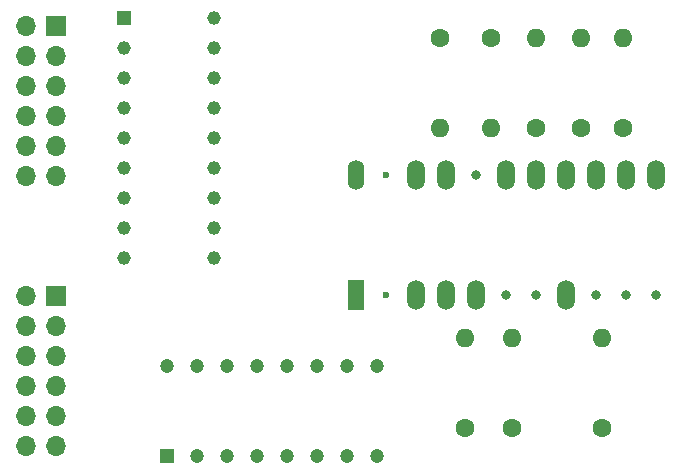
<source format=gbr>
%TF.GenerationSoftware,KiCad,Pcbnew,7.0.1*%
%TF.CreationDate,2023-05-14T00:25:17+09:00*%
%TF.ProjectId,Pmod_7Seg,506d6f64-5f37-4536-9567-2e6b69636164,rev?*%
%TF.SameCoordinates,Original*%
%TF.FileFunction,Soldermask,Bot*%
%TF.FilePolarity,Negative*%
%FSLAX46Y46*%
G04 Gerber Fmt 4.6, Leading zero omitted, Abs format (unit mm)*
G04 Created by KiCad (PCBNEW 7.0.1) date 2023-05-14 00:25:17*
%MOMM*%
%LPD*%
G01*
G04 APERTURE LIST*
%ADD10C,1.600000*%
%ADD11O,1.600000X1.600000*%
%ADD12R,1.200000X1.200000*%
%ADD13C,1.200000*%
%ADD14C,1.150000*%
%ADD15R,1.150000X1.150000*%
%ADD16C,0.600000*%
%ADD17C,0.800000*%
%ADD18R,1.400000X2.524000*%
%ADD19O,1.524000X2.524000*%
%ADD20O,1.400000X2.524000*%
%ADD21R,1.700000X1.700000*%
%ADD22O,1.700000X1.700000*%
G04 APERTURE END LIST*
D10*
%TO.C,R6*%
X149098000Y-67056000D03*
D11*
X149098000Y-74676000D03*
%TD*%
D12*
%TO.C,IC2*%
X121666000Y-102452000D03*
D13*
X124206000Y-102452000D03*
X126746000Y-102452000D03*
X129286000Y-102452000D03*
X131826000Y-102452000D03*
X134366000Y-102452000D03*
X136906000Y-102452000D03*
X139446000Y-102452000D03*
X139446000Y-94832000D03*
X136906000Y-94832000D03*
X134366000Y-94832000D03*
X131826000Y-94832000D03*
X129286000Y-94832000D03*
X126746000Y-94832000D03*
X124206000Y-94832000D03*
X121666000Y-94832000D03*
%TD*%
D14*
%TO.C,IC1*%
X125677000Y-65405000D03*
X125677000Y-67945000D03*
X125677000Y-70485000D03*
X125677000Y-73025000D03*
X125677000Y-75565000D03*
X125677000Y-78105000D03*
X125677000Y-80645000D03*
X125677000Y-83185000D03*
X125677000Y-85725000D03*
X118057000Y-85725000D03*
X118057000Y-83185000D03*
X118057000Y-80645000D03*
X118057000Y-78105000D03*
X118057000Y-75565000D03*
X118057000Y-73025000D03*
X118057000Y-70485000D03*
X118057000Y-67945000D03*
D15*
X118057000Y-65405000D03*
%TD*%
D16*
%TO.C,IC3*%
X140271500Y-88836000D03*
D17*
X150431500Y-88836000D03*
X152971500Y-88836000D03*
X158051500Y-88836000D03*
X160591500Y-88836000D03*
X163131500Y-88836000D03*
D16*
X140271500Y-78676000D03*
D17*
X147891500Y-78676000D03*
D18*
X137731500Y-88836000D03*
D19*
X142811500Y-88836000D03*
X145351500Y-88836000D03*
X147891500Y-88836000D03*
X155511500Y-88836000D03*
X163131500Y-78676000D03*
X160591500Y-78676000D03*
X158051500Y-78676000D03*
X155511500Y-78676000D03*
X152971500Y-78676000D03*
X150431500Y-78676000D03*
X145351500Y-78676000D03*
X142811500Y-78676000D03*
D20*
X137731500Y-78676000D03*
%TD*%
D10*
%TO.C,R3*%
X146939000Y-100076000D03*
D11*
X146939000Y-92456000D03*
%TD*%
%TO.C,R1*%
X160274000Y-67056000D03*
D10*
X160274000Y-74676000D03*
%TD*%
%TO.C,R7*%
X150876000Y-100076000D03*
D11*
X150876000Y-92456000D03*
%TD*%
D21*
%TO.C,J2*%
X112330000Y-88900000D03*
D22*
X112330000Y-91440000D03*
X112330000Y-93980000D03*
X112330000Y-96520000D03*
X112330000Y-99060000D03*
X112330000Y-101600000D03*
X109790000Y-88900000D03*
X109790000Y-91440000D03*
X109790000Y-93980000D03*
X109790000Y-96520000D03*
X109790000Y-99060000D03*
X109790000Y-101600000D03*
%TD*%
D11*
%TO.C,R4*%
X156718000Y-67056000D03*
D10*
X156718000Y-74676000D03*
%TD*%
%TO.C,R5*%
X144780000Y-67056000D03*
D11*
X144780000Y-74676000D03*
%TD*%
D21*
%TO.C,J1*%
X112330000Y-66040000D03*
D22*
X112330000Y-68580000D03*
X112330000Y-71120000D03*
X112330000Y-73660000D03*
X112330000Y-76200000D03*
X112330000Y-78740000D03*
X109790000Y-66040000D03*
X109790000Y-68580000D03*
X109790000Y-71120000D03*
X109790000Y-73660000D03*
X109790000Y-76200000D03*
X109790000Y-78740000D03*
%TD*%
D10*
%TO.C,R8*%
X158496000Y-100076000D03*
D11*
X158496000Y-92456000D03*
%TD*%
D10*
%TO.C,R2*%
X152908000Y-74676000D03*
D11*
X152908000Y-67056000D03*
%TD*%
M02*

</source>
